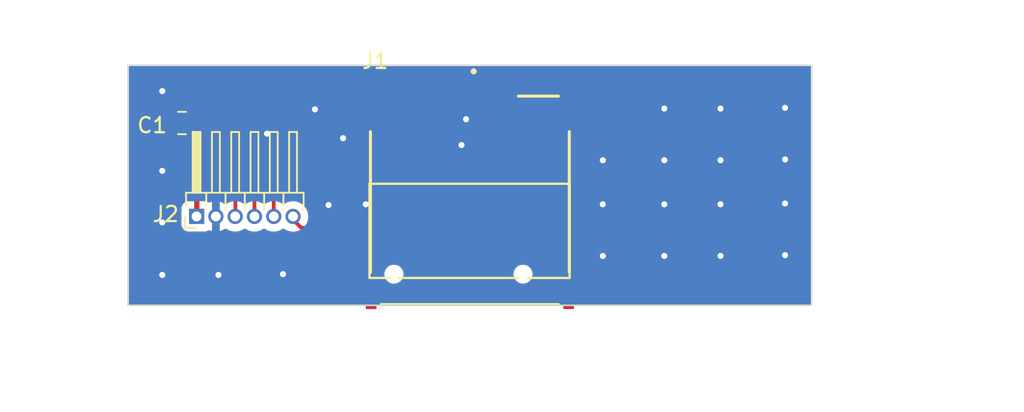
<source format=kicad_pcb>
(kicad_pcb (version 20221018) (generator pcbnew)
  (layers (0 "F.Cu" signal) (31 "B.Cu" signal) (34 "B.Paste" user) (35 "F.Paste" user) (36 "B.SilkS" user "B.Silkscreen") (37 "F.SilkS" user "F.Silkscreen") (38 "B.Mask" user) (39 "F.Mask" user) (44 "Edge.Cuts" user))
  (net 0 "")
  (net 1 "/VSIM")
  (net 2 "GND")
  (net 3 "/sim_rst#")
  (net 4 "/sim_clk#")
  (net 6 "/sim_data#")
  (net 7 "/sim_det#")
  (footprint "Capacitor_SMD:C_0805_2012Metric" (layer "F.Cu") (at 145.6 54.55 180)
    (fp_text reference "C1" (at 1.97 -0.15) (layer "F.SilkS"))
    (fp_text value "100nF")
    (fp_line (start -0.261252 -0.735) (end 0.261252 -0.735) (stroke (width 0.12)) (layer "F.SilkS"))
    (fp_line (start -0.261252 0.735) (end 0.261252 0.735) (stroke (width 0.12)) (layer "F.SilkS"))
    (pad "1" smd roundrect (at -0.95 0 180) (size 1 1.45) (layers "F.Cu" "F.Paste" "F.Mask") (net 1 "/VSIM"))
    (pad "2" smd roundrect (at 0.95 0 180) (size 1 1.45) (layers "F.Cu" "F.Paste" "F.Mask") (net 2 "GND"))
  )
  (footprint "Connector_PinHeader_1.27mm:PinHeader_1x06_P1.27mm_Horizontal" (layer "F.Cu") (at 146.56 60.7 90)
    (fp_text reference "J2" (at 0.15 -2.03) (layer "F.SilkS"))
    (fp_text value "Conn_01x06_Pin" hide)
    (fp_line (start -0.76 -0.76) (end 0 -0.76) (stroke (width 0.12)) (layer "F.SilkS"))
    (fp_line (start -0.76 0) (end -0.76 -0.76) (stroke (width 0.12)) (layer "F.SilkS"))
    (fp_line (start 0.44 1.889677) (end 0.44 1.920323) (stroke (width 0.12)) (layer "F.SilkS"))
    (fp_line (start 0.44 1.905) (end 1.56 1.905) (stroke (width 0.12)) (layer "F.SilkS"))
    (fp_line (start 0.44 3.159677) (end 0.44 3.190323) (stroke (width 0.12)) (layer "F.SilkS"))
    (fp_line (start 0.44 3.175) (end 1.56 3.175) (stroke (width 0.12)) (layer "F.SilkS"))
    (fp_line (start 0.44 4.429677) (end 0.44 4.460323) (stroke (width 0.12)) (layer "F.SilkS"))
    (fp_line (start 0.44 4.445) (end 1.56 4.445) (stroke (width 0.12)) (layer "F.SilkS"))
    (fp_line (start 0.44 5.699677) (end 0.44 5.730323) (stroke (width 0.12)) (layer "F.SilkS"))
    (fp_line (start 0.44 5.715) (end 1.56 5.715) (stroke (width 0.12)) (layer "F.SilkS"))
    (fp_line (start 0.44 7.045) (end 0.44 6.969677) (stroke (width 0.12)) (layer "F.SilkS"))
    (fp_line (start 0.76 -0.695) (end 1.56 -0.695) (stroke (width 0.12)) (layer "F.SilkS"))
    (fp_line (start 0.76 0.635) (end 1.56 0.635) (stroke (width 0.12)) (layer "F.SilkS"))
    (fp_line (start 1.56 -0.695) (end 1.56 7.045) (stroke (width 0.12)) (layer "F.SilkS"))
    (fp_line (start 1.56 -0.26) (end 5.56 -0.26) (stroke (width 0.12)) (layer "F.SilkS"))
    (fp_line (start 1.56 -0.2) (end 5.56 -0.2) (stroke (width 0.12)) (layer "F.SilkS"))
    (fp_line (start 1.56 -0.08) (end 5.56 -0.08) (stroke (width 0.12)) (layer "F.SilkS"))
    (fp_line (start 1.56 0.04) (end 5.56 0.04) (stroke (width 0.12)) (layer "F.SilkS"))
    (fp_line (start 1.56 0.16) (end 5.56 0.16) (stroke (width 0.12)) (layer "F.SilkS"))
    (fp_line (start 1.56 1.01) (end 5.56 1.01) (stroke (width 0.12)) (layer "F.SilkS"))
    (fp_line (start 1.56 2.28) (end 5.56 2.28) (stroke (width 0.12)) (layer "F.SilkS"))
    (fp_line (start 1.56 3.55) (end 5.56 3.55) (stroke (width 0.12)) (layer "F.SilkS"))
    (fp_line (start 1.56 4.82) (end 5.56 4.82) (stroke (width 0.12)) (layer "F.SilkS"))
    (fp_line (start 1.56 6.09) (end 5.56 6.09) (stroke (width 0.12)) (layer "F.SilkS"))
    (fp_line (start 1.56 7.045) (end 0.44 7.045) (stroke (width 0.12)) (layer "F.SilkS"))
    (fp_line (start 5.56 -0.26) (end 5.56 0.26) (stroke (width 0.12)) (layer "F.SilkS"))
    (fp_line (start 5.56 0.26) (end 1.56 0.26) (stroke (width 0.12)) (layer "F.SilkS"))
    (fp_line (start 5.56 1.01) (end 5.56 1.53) (stroke (width 0.12)) (layer "F.SilkS"))
    (fp_line (start 5.56 1.53) (end 1.56 1.53) (stroke (width 0.12)) (layer "F.SilkS"))
    (fp_line (start 5.56 2.28) (end 5.56 2.8) (stroke (width 0.12)) (layer "F.SilkS"))
    (fp_line (start 5.56 2.8) (end 1.56 2.8) (stroke (width 0.12)) (layer "F.SilkS"))
    (fp_line (start 5.56 3.55) (end 5.56 4.07) (stroke (width 0.12)) (layer "F.SilkS"))
    (fp_line (start 5.56 4.07) (end 1.56 4.07) (stroke (width 0.12)) (layer "F.SilkS"))
    (fp_line (start 5.56 4.82) (end 5.56 5.34) (stroke (width 0.12)) (layer "F.SilkS"))
    (fp_line (start 5.56 5.34) (end 1.56 5.34) (stroke (width 0.12)) (layer "F.SilkS"))
    (fp_line (start 5.56 6.09) (end 5.56 6.61) (stroke (width 0.12)) (layer "F.SilkS"))
    (fp_line (start 5.56 6.61) (end 1.56 6.61) (stroke (width 0.12)) (layer "F.SilkS"))
    (pad "1" thru_hole rect (at 0 0 90) (size 1 1) (drill 0.65) (layers "*.Cu" "*.Mask") (net 1 "/VSIM"))
    (pad "2" thru_hole oval (at 0 1.27 90) (size 1 1) (drill 0.65) (layers "*.Cu" "*.Mask") (net 2 "GND"))
    (pad "3" thru_hole oval (at 0 2.54 90) (size 1 1) (drill 0.65) (layers "*.Cu" "*.Mask") (net 4 "/sim_clk#"))
    (pad "4" thru_hole oval (at 0 3.81 90) (size 1 1) (drill 0.65) (layers "*.Cu" "*.Mask") (net 6 "/sim_data#"))
    (pad "5" thru_hole oval (at 0 5.08 90) (size 1 1) (drill 0.65) (layers "*.Cu" "*.Mask") (net 3 "/sim_rst#"))
    (pad "6" thru_hole oval (at 0 6.35 90) (size 1 1) (drill 0.65) (layers "*.Cu" "*.Mask") (net 7 "/sim_det#"))
  )
  (footprint "Lib_Hien:microSIM_Card" (layer "F.Cu") (at 164.55 59.64)
    (fp_text reference "J1" (at -6.23 -9.17) (layer "F.SilkS"))
    (fp_text value "SIM7100-6-1-15-00-A_REVC")
    (fp_line (start -6.545 -4.52) (end -6.545 4.74) (stroke (width 0.2)) (layer "F.SilkS"))
    (fp_line (start -5.83 6.86) (end 5.83 6.86) (stroke (width 0.2)) (layer "F.SilkS"))
    (fp_line (start 3.19 -6.86) (end 5.83 -6.86) (stroke (width 0.2)) (layer "F.SilkS"))
    (fp_line (start 6.545 -4.52) (end 6.545 4.74) (stroke (width 0.2)) (layer "F.SilkS"))
    (fp_circle (center 0.25 -8.49) (end 0.35 -8.49) (stroke (width 0.2)) (fill none) (layer "F.SilkS"))
    (pad "" np_thru_hole circle (at -5 4.86) (size 0.75 0.75) (drill 0.75) (layers "*.Cu" "*.Mask"))
    (pad "" np_thru_hole circle (at 3.5 4.86) (size 0.75 0.75) (drill 0.75) (layers "*.Cu" "*.Mask"))
    (pad "C1" smd rect (at 0.25 -7.37) (size 0.8 1.14) (layers "F.Cu" "F.Paste" "F.Mask") (net 1 "/VSIM"))
    (pad "C2" smd rect (at -2.29 -7.37) (size 0.8 1.14) (layers "F.Cu" "F.Paste" "F.Mask") (net 3 "/sim_rst#"))
    (pad "C3" smd rect (at -4.83 -7.37) (size 0.8 1.14) (layers "F.Cu" "F.Paste" "F.Mask") (net 4 "/sim_clk#"))
    (pad "C5" smd rect (at 1.52 -7.37) (size 0.8 1.14) (layers "F.Cu" "F.Paste" "F.Mask") (net 2 "GND"))
    (pad "C6" smd rect (at -1.02 -7.37) (size 0.8 1.14) (layers "F.Cu" "F.Paste" "F.Mask"))
    (pad "C7" smd rect (at -3.56 -7.37) (size 0.8 1.14) (layers "F.Cu" "F.Paste" "F.Mask") (net 6 "/sim_data#"))
    (pad "CD" smd rect (at 2.47 -7.37) (size 0.8 1.14) (layers "F.Cu" "F.Paste" "F.Mask") (net 7 "/sim_det#"))
    (pad "G1" smd rect (at -6.5 -5.89) (size 0.7 2.1) (layers "F.Cu" "F.Paste" "F.Mask"))
    (pad "G2" smd rect (at 6.5 -5.89) (size 0.7 2.1) (layers "F.Cu" "F.Paste" "F.Mask"))
    (pad "G3" smd rect (at -6.5 6.11) (size 0.7 2.1) (layers "F.Cu" "F.Paste" "F.Mask"))
    (pad "G4" smd rect (at 6.5 6.11) (size 0.7 2.1) (layers "F.Cu" "F.Paste" "F.Mask"))
    (zone (net 0) (net_name "") (layer "F.Cu") (connect_pads (clearance 0)) (min_thickness 0.01)
      (keepout (tracks not_allowed) (vias not_allowed) (pads not_allowed) (copperpour not_allowed) (footprints allowed))
      (fill (thermal_gap 0.508) (thermal_bridge_width 0.508))
      (polygon (pts (xy 159.905 62.8) (xy 161.755 62.8) (xy 161.755 66.2) (xy 159.905 66.2)))
    )
    (zone (net 0) (net_name "") (layer "F.Cu") (connect_pads (clearance 0)) (min_thickness 0.01)
      (keepout (tracks not_allowed) (vias not_allowed) (pads not_allowed) (copperpour not_allowed) (footprints allowed))
      (fill (thermal_gap 0.508) (thermal_bridge_width 0.508))
      (polygon (pts (xy 160.27 57.345) (xy 161.47 57.345) (xy 161.47 60.555) (xy 160.27 60.555)))
    )
    (zone (net 0) (net_name "") (layer "F.Cu") (connect_pads (clearance 0)) (min_thickness 0.01)
      (keepout (tracks not_allowed) (vias not_allowed) (pads not_allowed) (copperpour not_allowed) (footprints allowed))
      (fill (thermal_gap 0.508) (thermal_bridge_width 0.508))
      (polygon (pts (xy 162.445 62.8) (xy 164.295 62.8) (xy 164.295 66.2) (xy 162.445 66.2)))
    )
    (zone (net 0) (net_name "") (layer "F.Cu") (connect_pads (clearance 0)) (min_thickness 0.01)
      (keepout (tracks not_allowed) (vias not_allowed) (pads not_allowed) (copperpour not_allowed) (footprints allowed))
      (fill (thermal_gap 0.508) (thermal_bridge_width 0.508))
      (polygon (pts (xy 162.81 57.345) (xy 164.01 57.345) (xy 164.01 60.555) (xy 162.81 60.555)))
    )
    (zone (net 0) (net_name "") (layer "F.Cu") (connect_pads (clearance 0)) (min_thickness 0.01)
      (keepout (tracks not_allowed) (vias not_allowed) (pads not_allowed) (copperpour not_allowed) (footprints allowed))
      (fill (thermal_gap 0.508) (thermal_bridge_width 0.508))
      (polygon (pts (xy 164.985 62.8) (xy 166.835 62.8) (xy 166.835 66.2) (xy 164.985 66.2)))
    )
    (zone (net 0) (net_name "") (layer "F.Cu") (connect_pads (clearance 0)) (min_thickness 0.01)
      (keepout (tracks not_allowed) (vias not_allowed) (pads not_allowed) (copperpour not_allowed) (footprints allowed))
      (fill (thermal_gap 0.508) (thermal_bridge_width 0.508))
      (polygon (pts (xy 165.35 53.955) (xy 166.55 53.955) (xy 166.55 56.505) (xy 165.35 56.505)))
    )
    (zone (net 0) (net_name "") (layer "F.Cu") (connect_pads (clearance 0)) (min_thickness 0.01)
      (keepout (tracks not_allowed) (vias not_allowed) (pads not_allowed) (copperpour not_allowed) (footprints allowed))
      (fill (thermal_gap 0.508) (thermal_bridge_width 0.508))
      (polygon (pts (xy 165.35 57.345) (xy 166.55 57.345) (xy 166.55 60.555) (xy 165.35 60.555)))
    )
  )
  (gr_line (start 147.225 57.45) (end 148.5 57.45) (stroke (width 0.2)) (layer "F.Cu"))
  (gr_rect (start 157.94 58.55) (end 171.12 64.75) (stroke (width 0.15)) (fill none) (layer "F.SilkS"))
  (gr_rect (start 142.05 50.75) (end 187.05 66.55) (stroke (width 0.1)) (fill none) (layer "F.SilkS"))
  (gr_rect (start 142.05 50.75) (end 187.05 66.55) (stroke (width 0.1)) (fill none) (layer "Edge.Cuts"))
  (segment (start 164.5 51.25) (end 150.45 51.25) (width 0.35) (layer "F.Cu") (net 1))
  (segment (start 164.8 51.55) (end 164.5 51.25) (width 0.35) (layer "F.Cu") (net 1))
  (segment (start 146.575 60.685) (end 146.56 60.7) (width 0.25) (layer "F.Cu") (net 1))
  (segment (start 147.15 54.55) (end 146.55 54.55) (width 0.35) (layer "F.Cu") (net 1))
  (segment (start 146.575 54.575) (end 146.575 60.685) (width 0.35) (layer "F.Cu") (net 1))
  (segment (start 146.55 54.55) (end 146.575 54.575) (width 0.35) (layer "F.Cu") (net 1))
  (segment (start 164.8 52.27) (end 164.8 51.55) (width 0.35) (layer "F.Cu") (net 1))
  (segment (start 150.45 51.25) (end 147.15 54.55) (width 0.35) (layer "F.Cu") (net 1))
  (via (at 177.35 57) (size 0.8) (drill 0.4) (layers "F.Cu" "B.Cu") (net 2))
  (via (at 144.3 61.1) (size 0.8) (drill 0.4) (layers "F.Cu" "B.Cu") (net 2))
  (via (at 144.3 52.45) (size 0.8) (drill 0.4) (layers "F.Cu" "B.Cu") (net 2))
  (via (at 151.2 55.25) (size 0.8) (drill 0.4) (layers "F.Cu" "B.Cu") (net 2))
  (via (at 173.3 63.3) (size 0.8) (drill 0.4) (layers "F.Cu" "B.Cu") (net 2))
  (via (at 148 64.55) (size 0.8) (drill 0.4) (layers "F.Cu" "B.Cu") (net 2))
  (via (at 177.35 63.3) (size 0.8) (drill 0.4) (layers "F.Cu" "B.Cu") (net 2))
  (via (at 181.05 57) (size 0.8) (drill 0.4) (layers "F.Cu" "B.Cu") (net 2))
  (via (at 173.3 57) (size 0.8) (drill 0.4) (layers "F.Cu" "B.Cu") (net 2))
  (via (at 173.3 59.9) (size 0.8) (drill 0.4) (layers "F.Cu" "B.Cu") (net 2))
  (via (at 185.3 56.95) (size 0.8) (drill 0.4) (layers "F.Cu" "B.Cu") (net 2))
  (via (at 181.05 53.6) (size 0.8) (drill 0.4) (layers "F.Cu" "B.Cu") (net 2))
  (via (at 157.7 59.9) (size 0.8) (drill 0.4) (layers "F.Cu" "B.Cu") (net 2))
  (via (at 185.3 63.25) (size 0.8) (drill 0.4) (layers "F.Cu" "B.Cu") (net 2))
  (via (at 181.05 59.9) (size 0.8) (drill 0.4) (layers "F.Cu" "B.Cu") (net 2))
  (via (at 185.3 59.85) (size 0.8) (drill 0.4) (layers "F.Cu" "B.Cu") (net 2))
  (via (at 154.35 53.65) (size 0.8) (drill 0.4) (layers "F.Cu" "B.Cu") (net 2))
  (via (at 164 56) (size 0.8) (drill 0.4) (layers "F.Cu" "B.Cu") (net 2))
  (via (at 144.3 64.55) (size 0.8) (drill 0.4) (layers "F.Cu" "B.Cu") (net 2))
  (via (at 181.05 63.3) (size 0.8) (drill 0.4) (layers "F.Cu" "B.Cu") (net 2))
  (via (at 156.2 55.55) (size 0.8) (drill 0.4) (layers "F.Cu" "B.Cu") (net 2))
  (via (at 177.35 53.6) (size 0.8) (drill 0.4) (layers "F.Cu" "B.Cu") (net 2))
  (via (at 177.35 59.9) (size 0.8) (drill 0.4) (layers "F.Cu" "B.Cu") (net 2))
  (via (at 152.25 64.5) (size 0.8) (drill 0.4) (layers "F.Cu" "B.Cu") (net 2))
  (via (at 164.3 54.3) (size 0.8) (drill 0.4) (layers "F.Cu" "B.Cu") (net 2))
  (via (at 185.3 53.55) (size 0.8) (drill 0.4) (layers "F.Cu" "B.Cu") (net 2))
  (via (at 155.25 59.95) (size 0.8) (drill 0.4) (layers "F.Cu" "B.Cu") (net 2))
  (via (at 144.3 57.7) (size 0.8) (drill 0.4) (layers "F.Cu" "B.Cu") (net 2))
  (segment (start 162.26 52.27) (end 162.26 54.39) (width 0.25) (layer "F.Cu") (net 3))
  (segment (start 162.26 54.39) (end 158.7 57.95) (width 0.25) (layer "F.Cu") (net 3))
  (segment (start 158.7 57.95) (end 152 57.95) (width 0.25) (layer "F.Cu") (net 3))
  (segment (start 151.64 58.31) (end 151.64 60.7) (width 0.25) (layer "F.Cu") (net 3))
  (segment (start 152 57.95) (end 151.64 58.31) (width 0.25) (layer "F.Cu") (net 3))
  (segment (start 159.475 52.025) (end 150.675 52.025) (width 0.25) (layer "F.Cu") (net 4))
  (segment (start 149.115 53.585) (end 149.115 60.685) (width 0.25) (layer "F.Cu") (net 4))
  (segment (start 159.72 52.27) (end 159.475 52.025) (width 0.25) (layer "F.Cu") (net 4))
  (segment (start 150.675 52.025) (end 149.115 53.585) (width 0.25) (layer "F.Cu") (net 4))
  (segment (start 149.115 60.685) (end 149.1 60.7) (width 0.25) (layer "F.Cu") (net 4))
  (segment (start 161 52.45) (end 161 54.7) (width 0.25) (layer "F.Cu") (net 6))
  (segment (start 150.37 58.28) (end 150.37 60.7) (width 0.25) (layer "F.Cu") (net 6))
  (segment (start 160.99 52.27) (end 160.99 52.44) (width 0.25) (layer "F.Cu") (net 6))
  (segment (start 161 54.7) (end 158.4 57.3) (width 0.25) (layer "F.Cu") (net 6))
  (segment (start 158.4 57.3) (end 151.35 57.3) (width 0.25) (layer "F.Cu") (net 6))
  (segment (start 151.35 57.3) (end 150.37 58.28) (width 0.25) (layer "F.Cu") (net 6))
  (segment (start 160.99 52.44) (end 161 52.45) (width 0.25) (layer "F.Cu") (net 6))
  (segment (start 153.45 61.45) (end 152.91 60.91) (width 0.25) (layer "F.Cu") (net 7))
  (segment (start 166.35 61.45) (end 153.45 61.45) (width 0.25) (layer "F.Cu") (net 7))
  (segment (start 167.02 52.27) (end 167.02 60.78) (width 0.25) (layer "F.Cu") (net 7))
  (segment (start 167.02 60.78) (end 166.35 61.45) (width 0.25) (layer "F.Cu") (net 7))
  (zone (net 2) (net_name "GND") (layers "F&B.Cu") (connect_pads (clearance 0.5)) (min_thickness 0.25) (fill yes (thermal_gap 0.5) (thermal_bridge_width 0.5))
    (polygon (pts (xy 187.05 50.75) (xy 187.05 66.55) (xy 142.05 66.55) (xy 142.05 50.75)))
  )
)
</source>
